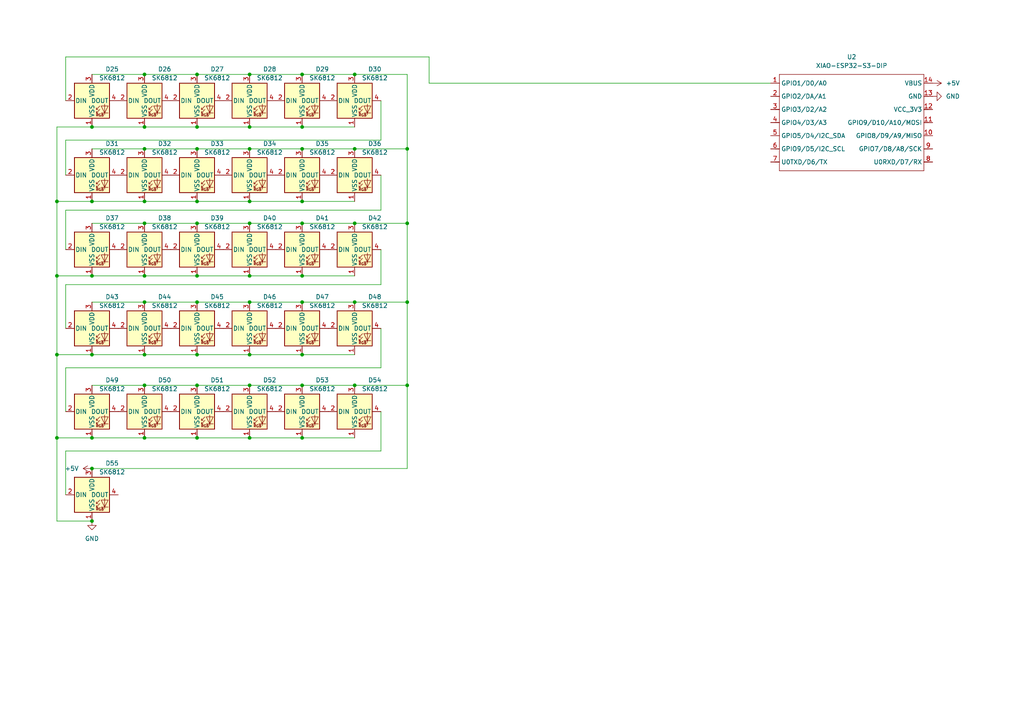
<source format=kicad_sch>
(kicad_sch (version 20250114) (generator "eeschema") (generator_version "9.0")
  (paper "A4")
  (lib_symbols
    (symbol "LED:SK6812" (pin_names (offset 0.254))
      (property "Reference" "D" (at 5.08 5.715 0))
      (property "Value" "SK6812" (at 1.27 -5.715 0))
      (symbol "SK6812_0_0"
        (text "RGB" (at 2.286 -4.191 0) (effects (font (size 0.762 0.762))))
      )
      (symbol "SK6812_0_1"
        (polyline (pts (xy 1.27 -2.54) (xy 1.778 -2.54)))
        (polyline (pts (xy 1.27 -3.556) (xy 1.778 -3.556)))
        (polyline (pts (xy 2.286 -1.524) (xy 1.27 -2.54) (xy 1.27 -2.032)))
        (polyline (pts (xy 2.286 -2.54) (xy 1.27 -3.556) (xy 1.27 -3.048)))
        (polyline (pts (xy 3.683 -1.016) (xy 3.683 -3.556) (xy 3.683 -4.064)))
        (polyline (pts (xy 4.699 -1.524) (xy 2.667 -1.524) (xy 3.683 -3.556) (xy 4.699 -1.524)))
        (polyline (pts (xy 4.699 -3.556) (xy 2.667 -3.556)))
        (rectangle (start 5.08 5.08) (end -5.08 -5.08) (stroke (width 0.254)) (fill (type background)))
      )
      (symbol "SK6812_1_1"
        (pin input line (at -7.62 0 0) (length 2.54) (name "DIN") (number "2"))
        (pin power_in line (at 0 7.62 270) (length 2.54) (name "VDD") (number "3"))
        (pin power_in line (at 0 -7.62 90) (length 2.54) (name "VSS") (number "1"))
        (pin output line (at 7.62 0 180) (length 2.54) (name "DOUT") (number "4"))
      )
    )
    (symbol "Xiao:XIAO-ESP32-S3-DIP"
      (property "Reference" "U" (at 1.27 0.508 0))
      (property "Value" "XIAO-ESP32-S3-DIP" (at 9.652 -1.778 0))
      (symbol "XIAO-ESP32-S3-DIP_1_0"
        (polyline (pts (xy 0 -2.54) (xy 41.91 -2.54)) (stroke (width 0.1524)))
        (polyline (pts (xy 0 -5.08) (xy -1.27 -5.08)) (stroke (width 0.1524)))
        (polyline (pts (xy 0 -5.08) (xy 0 -2.54)) (stroke (width 0.1524)))
        (polyline (pts (xy 0 -8.89) (xy -1.27 -8.89)) (stroke (width 0.1524)))
        (polyline (pts (xy 0 -8.89) (xy 0 -5.08)) (stroke (width 0.1524)))
        (polyline (pts (xy 0 -12.7) (xy -1.27 -12.7)) (stroke (width 0.1524)))
        (polyline (pts (xy 0 -12.7) (xy 0 -8.89)) (stroke (width 0.1524)))
        (polyline (pts (xy 0 -16.51) (xy -1.27 -16.51)) (stroke (width 0.1524)))
        (polyline (pts (xy 0 -16.51) (xy 0 -12.7)) (stroke (width 0.1524)))
        (polyline (pts (xy 0 -20.32) (xy -1.27 -20.32)) (stroke (width 0.1524)))
        (polyline (pts (xy 0 -24.13) (xy -1.27 -24.13)) (stroke (width 0.1524)))
        (polyline (pts (xy 0 -27.94) (xy -1.27 -27.94)) (stroke (width 0.1524)))
        (polyline (pts (xy 0 -30.48) (xy 0 -16.51)) (stroke (width 0.1524)))
        (polyline (pts (xy 41.91 -2.54) (xy 41.91 -5.08)) (stroke (width 0.1524)))
        (polyline (pts (xy 41.91 -5.08) (xy 41.91 -8.89)) (stroke (width 0.1524)))
        (polyline (pts (xy 41.91 -8.89) (xy 41.91 -12.7)) (stroke (width 0.1524)))
        (polyline (pts (xy 41.91 -12.7) (xy 41.91 -30.48)) (stroke (width 0.1524)))
        (polyline (pts (xy 41.91 -30.48) (xy 0 -30.48)) (stroke (width 0.1524)))
        (polyline (pts (xy 43.18 -5.08) (xy 41.91 -5.08)) (stroke (width 0.1524)))
        (polyline (pts (xy 43.18 -8.89) (xy 41.91 -8.89)) (stroke (width 0.1524)))
        (polyline (pts (xy 43.18 -12.7) (xy 41.91 -12.7)) (stroke (width 0.1524)))
        (polyline (pts (xy 43.18 -16.51) (xy 41.91 -16.51)) (stroke (width 0.1524)))
        (polyline (pts (xy 43.18 -20.32) (xy 41.91 -20.32)) (stroke (width 0.1524)))
        (polyline (pts (xy 43.18 -24.13) (xy 41.91 -24.13)) (stroke (width 0.1524)))
        (polyline (pts (xy 43.18 -27.94) (xy 41.91 -27.94)) (stroke (width 0.1524)))
        (pin passive line (at -2.54 -5.08 0) (length 2.54) (name "GPIO1/D0/A0") (number "1"))
        (pin passive line (at -2.54 -8.89 0) (length 2.54) (name "GPIO2/DA/A1") (number "2"))
        (pin passive line (at -2.54 -12.7 0) (length 2.54) (name "GPIO3/D2/A2") (number "3"))
        (pin passive line (at -2.54 -16.51 0) (length 2.54) (name "GPIO4/D3/A3") (number "4"))
        (pin passive line (at -2.54 -20.32 0) (length 2.54) (name "GPIO5/D4/I2C_SDA") (number "5"))
        (pin passive line (at -2.54 -24.13 0) (length 2.54) (name "GPIO9/D5/I2C_SCL") (number "6"))
        (pin passive line (at -2.54 -27.94 0) (length 2.54) (name "U0TXD/D6/TX") (number "7"))
        (pin passive line (at 44.45 -5.08 180) (length 2.54) (name "VBUS") (number "14"))
        (pin passive line (at 44.45 -8.89 180) (length 2.54) (name "GND") (number "13"))
        (pin passive line (at 44.45 -12.7 180) (length 2.54) (name "VCC_3V3") (number "12"))
        (pin passive line (at 44.45 -16.51 180) (length 2.54) (name "GPIO9/D10/A10/MOSI") (number "11"))
        (pin passive line (at 44.45 -20.32 180) (length 2.54) (name "GPIO8/D9/A9/MISO") (number "10"))
        (pin passive line (at 44.45 -24.13 180) (length 2.54) (name "GPIO7/D8/A8/SCK") (number "9"))
        (pin passive line (at 44.45 -27.94 180) (length 2.54) (name "U0RXD/D7/RX") (number "8"))
      )
    )
    (symbol "power:+5V" (power) (pin_numbers (hide yes)) (pin_names (offset 0) (hide yes))
      (property "Value" "+5V" (at 0 3.556 0))
      (symbol "+5V_0_1"
        (polyline (pts (xy -0.762 1.27) (xy 0 2.54)))
        (polyline (pts (xy 0 2.54) (xy 0.762 1.27)))
        (polyline (pts (xy 0 0) (xy 0 2.54)))
      )
      (symbol "+5V_1_1"
        (pin power_in line (at 0 0 90) (length 0) (name "~") (number "1"))
      )
    )
    (symbol "power:GND" (power) (pin_numbers (hide yes)) (pin_names (offset 0) (hide yes))
      (property "Value" "GND" (at 0 -3.81 0))
      (symbol "GND_0_1"
        (polyline (pts (xy 0 0) (xy 0 -1.27) (xy 1.27 -1.27) (xy 0 -2.54) (xy -1.27 -1.27) (xy 0 -1.27)))
      )
      (symbol "GND_1_1"
        (pin power_in line (at 0 0 270) (length 0) (name "~") (number "1"))
      )
    )
  )
  (junction (at 72.39 21.59))
  (junction (at 87.63 111.76))
  (junction (at 41.91 64.77))
  (junction (at 72.39 127))
  (junction (at 41.91 80.01))
  (junction (at 57.15 127))
  (junction (at 118.11 111.76))
  (junction (at 87.63 21.59))
  (junction (at 16.51 80.01))
  (junction (at 26.67 151.13))
  (junction (at 72.39 87.63))
  (junction (at 87.63 36.83))
  (junction (at 72.39 80.01))
  (junction (at 102.87 87.63))
  (junction (at 102.87 111.76))
  (junction (at 41.91 87.63))
  (junction (at 57.15 64.77))
  (junction (at 87.63 127))
  (junction (at 26.67 102.87))
  (junction (at 41.91 111.76))
  (junction (at 57.15 43.18))
  (junction (at 118.11 87.63))
  (junction (at 72.39 102.87))
  (junction (at 72.39 111.76))
  (junction (at 57.15 21.59))
  (junction (at 102.87 43.18))
  (junction (at 87.63 64.77))
  (junction (at 26.67 58.42))
  (junction (at 26.67 80.01))
  (junction (at 102.87 21.59))
  (junction (at 16.51 102.87))
  (junction (at 16.51 58.42))
  (junction (at 118.11 64.77))
  (junction (at 41.91 58.42))
  (junction (at 72.39 64.77))
  (junction (at 26.67 127))
  (junction (at 41.91 127))
  (junction (at 57.15 36.83))
  (junction (at 102.87 64.77))
  (junction (at 87.63 102.87))
  (junction (at 87.63 80.01))
  (junction (at 118.11 43.18))
  (junction (at 16.51 127))
  (junction (at 57.15 111.76))
  (junction (at 41.91 43.18))
  (junction (at 26.67 135.89))
  (junction (at 57.15 80.01))
  (junction (at 41.91 21.59))
  (junction (at 87.63 43.18))
  (junction (at 57.15 58.42))
  (junction (at 72.39 58.42))
  (junction (at 72.39 43.18))
  (junction (at 87.63 87.63))
  (junction (at 41.91 102.87))
  (junction (at 26.67 36.83))
  (junction (at 72.39 36.83))
  (junction (at 57.15 102.87))
  (junction (at 87.63 58.42))
  (junction (at 57.15 87.63))
  (junction (at 41.91 36.83))
  (wire (pts (xy 72.39 87.63) (xy 87.63 87.63)))
  (wire (pts (xy 87.63 111.76) (xy 102.87 111.76)))
  (wire (pts (xy 19.05 130.81) (xy 19.05 143.51)))
  (wire (pts (xy 41.91 80.01) (xy 57.15 80.01)))
  (wire (pts (xy 110.49 95.25) (xy 110.49 106.68)))
  (wire (pts (xy 19.05 60.96) (xy 19.05 72.39)))
  (wire (pts (xy 57.15 87.63) (xy 72.39 87.63)))
  (wire (pts (xy 110.49 119.38) (xy 110.49 130.81)))
  (wire (pts (xy 41.91 111.76) (xy 57.15 111.76)))
  (wire (pts (xy 110.49 72.39) (xy 110.49 82.55)))
  (wire (pts (xy 87.63 21.59) (xy 102.87 21.59)))
  (wire (pts (xy 110.49 29.21) (xy 110.49 40.64)))
  (wire (pts (xy 87.63 127) (xy 102.87 127)))
  (wire (pts (xy 26.67 64.77) (xy 41.91 64.77)))
  (wire (pts (xy 87.63 80.01) (xy 102.87 80.01)))
  (wire (pts (xy 19.05 16.51) (xy 19.05 29.21)))
  (wire (pts (xy 26.67 43.18) (xy 41.91 43.18)))
  (wire (pts (xy 110.49 106.68) (xy 19.05 106.68)))
  (wire (pts (xy 102.87 111.76) (xy 118.11 111.76)))
  (wire (pts (xy 118.11 135.89) (xy 118.11 111.76)))
  (wire (pts (xy 19.05 40.64) (xy 19.05 50.8)))
  (wire (pts (xy 72.39 64.77) (xy 87.63 64.77)))
  (wire (pts (xy 41.91 36.83) (xy 57.15 36.83)))
  (wire (pts (xy 41.91 87.63) (xy 57.15 87.63)))
  (wire (pts (xy 72.39 102.87) (xy 87.63 102.87)))
  (wire (pts (xy 110.49 40.64) (xy 19.05 40.64)))
  (wire (pts (xy 110.49 60.96) (xy 19.05 60.96)))
  (wire (pts (xy 16.51 36.83) (xy 26.67 36.83)))
  (wire (pts (xy 72.39 127) (xy 87.63 127)))
  (wire (pts (xy 110.49 82.55) (xy 19.05 82.55)))
  (wire (pts (xy 57.15 58.42) (xy 72.39 58.42)))
  (wire (pts (xy 87.63 64.77) (xy 102.87 64.77)))
  (wire (pts (xy 57.15 102.87) (xy 72.39 102.87)))
  (wire (pts (xy 118.11 64.77) (xy 118.11 43.18)))
  (wire (pts (xy 72.39 36.83) (xy 87.63 36.83)))
  (wire (pts (xy 19.05 82.55) (xy 19.05 95.25)))
  (wire (pts (xy 16.51 127) (xy 16.51 102.87)))
  (wire (pts (xy 16.51 58.42) (xy 16.51 36.83)))
  (wire (pts (xy 102.87 64.77) (xy 118.11 64.77)))
  (wire (pts (xy 41.91 102.87) (xy 57.15 102.87)))
  (wire (pts (xy 72.39 111.76) (xy 87.63 111.76)))
  (wire (pts (xy 57.15 80.01) (xy 72.39 80.01)))
  (wire (pts (xy 26.67 58.42) (xy 41.91 58.42)))
  (wire (pts (xy 41.91 43.18) (xy 57.15 43.18)))
  (wire (pts (xy 26.67 21.59) (xy 41.91 21.59)))
  (wire (pts (xy 26.67 127) (xy 41.91 127)))
  (wire (pts (xy 118.11 111.76) (xy 118.11 87.63)))
  (wire (pts (xy 118.11 87.63) (xy 118.11 64.77)))
  (wire (pts (xy 16.51 80.01) (xy 16.51 102.87)))
  (wire (pts (xy 72.39 80.01) (xy 87.63 80.01)))
  (wire (pts (xy 41.91 58.42) (xy 57.15 58.42)))
  (wire (pts (xy 72.39 43.18) (xy 87.63 43.18)))
  (wire (pts (xy 26.67 36.83) (xy 41.91 36.83)))
  (wire (pts (xy 87.63 36.83) (xy 102.87 36.83)))
  (wire (pts (xy 26.67 102.87) (xy 41.91 102.87)))
  (wire (pts (xy 110.49 50.8) (xy 110.49 60.96)))
  (wire (pts (xy 57.15 127) (xy 72.39 127)))
  (wire (pts (xy 16.51 127) (xy 16.51 151.13)))
  (wire (pts (xy 102.87 87.63) (xy 118.11 87.63)))
  (wire (pts (xy 57.15 43.18) (xy 72.39 43.18)))
  (wire (pts (xy 72.39 58.42) (xy 87.63 58.42)))
  (wire (pts (xy 41.91 21.59) (xy 57.15 21.59)))
  (wire (pts (xy 87.63 58.42) (xy 102.87 58.42)))
  (wire (pts (xy 223.52 24.13) (xy 124.46 24.13)))
  (wire (pts (xy 26.67 80.01) (xy 16.51 80.01)))
  (wire (pts (xy 57.15 21.59) (xy 72.39 21.59)))
  (wire (pts (xy 41.91 127) (xy 57.15 127)))
  (wire (pts (xy 124.46 16.51) (xy 19.05 16.51)))
  (wire (pts (xy 110.49 130.81) (xy 19.05 130.81)))
  (wire (pts (xy 19.05 106.68) (xy 19.05 119.38)))
  (wire (pts (xy 16.51 58.42) (xy 26.67 58.42)))
  (wire (pts (xy 26.67 127) (xy 16.51 127)))
  (wire (pts (xy 57.15 36.83) (xy 72.39 36.83)))
  (wire (pts (xy 87.63 43.18) (xy 102.87 43.18)))
  (wire (pts (xy 87.63 102.87) (xy 102.87 102.87)))
  (wire (pts (xy 26.67 111.76) (xy 41.91 111.76)))
  (wire (pts (xy 87.63 87.63) (xy 102.87 87.63)))
  (wire (pts (xy 118.11 21.59) (xy 118.11 43.18)))
  (wire (pts (xy 41.91 64.77) (xy 57.15 64.77)))
  (wire (pts (xy 124.46 24.13) (xy 124.46 16.51)))
  (wire (pts (xy 16.51 80.01) (xy 16.51 58.42)))
  (wire (pts (xy 102.87 21.59) (xy 118.11 21.59)))
  (wire (pts (xy 26.67 87.63) (xy 41.91 87.63)))
  (wire (pts (xy 16.51 102.87) (xy 26.67 102.87)))
  (wire (pts (xy 57.15 111.76) (xy 72.39 111.76)))
  (wire (pts (xy 26.67 135.89) (xy 118.11 135.89)))
  (wire (pts (xy 26.67 80.01) (xy 41.91 80.01)))
  (wire (pts (xy 72.39 21.59) (xy 87.63 21.59)))
  (wire (pts (xy 57.15 64.77) (xy 72.39 64.77)))
  (wire (pts (xy 118.11 43.18) (xy 102.87 43.18)))
  (wire (pts (xy 26.67 151.13) (xy 16.51 151.13)))
  (symbol (lib_id "LED:SK6812") (at 102.87 95.25 0) (unit 1)
    (property "Reference" "D48" (at 108.712 86.106 0))
    (property "Value" "SK6812" (at 108.712 88.646 0))
    (property "Footprint" "LED_SMD:LED_SK6812_PLCC4_5.0x5.0mm_P3.2mm" (effects (hide yes)))
    (property "Datasheet" "https://cdn-shop.adafruit.com/product-files/1138/SK6812+LED+datasheet+.pdf" (effects (hide yes)))
    (property "Description" "RGB LED with integrated controller" (effects (hide yes)))
  )
  (symbol (lib_id "LED:SK6812") (at 26.67 119.38 0) (unit 1)
    (property "Reference" "D49" (at 32.512 110.236 0))
    (property "Value" "SK6812" (at 32.512 112.776 0))
    (property "Footprint" "LED_SMD:LED_SK6812_PLCC4_5.0x5.0mm_P3.2mm" (effects (hide yes)))
    (property "Datasheet" "https://cdn-shop.adafruit.com/product-files/1138/SK6812+LED+datasheet+.pdf" (effects (hide yes)))
    (property "Description" "RGB LED with integrated controller" (effects (hide yes)))
  )
  (symbol (lib_id "LED:SK6812") (at 26.67 29.21 0) (unit 1)
    (property "Reference" "D25" (at 32.512 20.066 0))
    (property "Value" "SK6812" (at 32.512 22.606 0))
    (property "Footprint" "LED_SMD:LED_SK6812_PLCC4_5.0x5.0mm_P3.2mm" (effects (hide yes)))
    (property "Datasheet" "https://cdn-shop.adafruit.com/product-files/1138/SK6812+LED+datasheet+.pdf" (effects (hide yes)))
    (property "Description" "RGB LED with integrated controller" (effects (hide yes)))
  )
  (symbol (lib_id "LED:SK6812") (at 87.63 50.8 0) (unit 1)
    (property "Reference" "D35" (at 93.472 41.656 0))
    (property "Value" "SK6812" (at 93.472 44.196 0))
    (property "Footprint" "LED_SMD:LED_SK6812_PLCC4_5.0x5.0mm_P3.2mm" (effects (hide yes)))
    (property "Datasheet" "https://cdn-shop.adafruit.com/product-files/1138/SK6812+LED+datasheet+.pdf" (effects (hide yes)))
    (property "Description" "RGB LED with integrated controller" (effects (hide yes)))
  )
  (symbol (lib_id "power:+5V") (at 270.51 24.13 270) (unit 1)
    (property "Reference" "#PWR01" (effects (hide yes)))
    (property "Value" "+5V" (at 274.32 24.1299 90) (effects (justify left)))
    (property "Description" "Power symbol creates a global label with name \"+5V\"" (effects (hide yes)))
  )
  (symbol (lib_id "LED:SK6812") (at 72.39 29.21 0) (unit 1)
    (property "Reference" "D28" (at 78.232 20.066 0))
    (property "Value" "SK6812" (at 78.232 22.606 0))
    (property "Footprint" "LED_SMD:LED_SK6812_PLCC4_5.0x5.0mm_P3.2mm" (effects (hide yes)))
    (property "Datasheet" "https://cdn-shop.adafruit.com/product-files/1138/SK6812+LED+datasheet+.pdf" (effects (hide yes)))
    (property "Description" "RGB LED with integrated controller" (effects (hide yes)))
  )
  (symbol (lib_id "LED:SK6812") (at 41.91 72.39 0) (unit 1)
    (property "Reference" "D38" (at 47.752 63.246 0))
    (property "Value" "SK6812" (at 47.752 65.786 0))
    (property "Footprint" "LED_SMD:LED_SK6812_PLCC4_5.0x5.0mm_P3.2mm" (effects (hide yes)))
    (property "Datasheet" "https://cdn-shop.adafruit.com/product-files/1138/SK6812+LED+datasheet+.pdf" (effects (hide yes)))
    (property "Description" "RGB LED with integrated controller" (effects (hide yes)))
  )
  (symbol (lib_id "power:GND") (at 270.51 27.94 90) (unit 1)
    (property "Reference" "#PWR04" (effects (hide yes)))
    (property "Value" "GND" (at 274.32 27.9399 90) (effects (justify right)))
    (property "Description" "Power symbol creates a global label with name \"GND\" , ground" (effects (hide yes)))
  )
  (symbol (lib_id "LED:SK6812") (at 72.39 72.39 0) (unit 1)
    (property "Reference" "D40" (at 78.232 63.246 0))
    (property "Value" "SK6812" (at 78.232 65.786 0))
    (property "Footprint" "LED_SMD:LED_SK6812_PLCC4_5.0x5.0mm_P3.2mm" (effects (hide yes)))
    (property "Datasheet" "https://cdn-shop.adafruit.com/product-files/1138/SK6812+LED+datasheet+.pdf" (effects (hide yes)))
    (property "Description" "RGB LED with integrated controller" (effects (hide yes)))
  )
  (symbol (lib_id "LED:SK6812") (at 87.63 72.39 0) (unit 1)
    (property "Reference" "D41" (at 93.472 63.246 0))
    (property "Value" "SK6812" (at 93.472 65.786 0))
    (property "Footprint" "LED_SMD:LED_SK6812_PLCC4_5.0x5.0mm_P3.2mm" (effects (hide yes)))
    (property "Datasheet" "https://cdn-shop.adafruit.com/product-files/1138/SK6812+LED+datasheet+.pdf" (effects (hide yes)))
    (property "Description" "RGB LED with integrated controller" (effects (hide yes)))
  )
  (symbol (lib_id "LED:SK6812") (at 72.39 95.25 0) (unit 1)
    (property "Reference" "D46" (at 78.232 86.106 0))
    (property "Value" "SK6812" (at 78.232 88.646 0))
    (property "Footprint" "LED_SMD:LED_SK6812_PLCC4_5.0x5.0mm_P3.2mm" (effects (hide yes)))
    (property "Datasheet" "https://cdn-shop.adafruit.com/product-files/1138/SK6812+LED+datasheet+.pdf" (effects (hide yes)))
    (property "Description" "RGB LED with integrated controller" (effects (hide yes)))
  )
  (symbol (lib_id "LED:SK6812") (at 72.39 50.8 0) (unit 1)
    (property "Reference" "D34" (at 78.232 41.656 0))
    (property "Value" "SK6812" (at 78.232 44.196 0))
    (property "Footprint" "LED_SMD:LED_SK6812_PLCC4_5.0x5.0mm_P3.2mm" (effects (hide yes)))
    (property "Datasheet" "https://cdn-shop.adafruit.com/product-files/1138/SK6812+LED+datasheet+.pdf" (effects (hide yes)))
    (property "Description" "RGB LED with integrated controller" (effects (hide yes)))
  )
  (symbol (lib_id "LED:SK6812") (at 57.15 50.8 0) (unit 1)
    (property "Reference" "D33" (at 62.992 41.656 0))
    (property "Value" "SK6812" (at 62.992 44.196 0))
    (property "Footprint" "LED_SMD:LED_SK6812_PLCC4_5.0x5.0mm_P3.2mm" (effects (hide yes)))
    (property "Datasheet" "https://cdn-shop.adafruit.com/product-files/1138/SK6812+LED+datasheet+.pdf" (effects (hide yes)))
    (property "Description" "RGB LED with integrated controller" (effects (hide yes)))
  )
  (symbol (lib_id "LED:SK6812") (at 72.39 119.38 0) (unit 1)
    (property "Reference" "D52" (at 78.232 110.236 0))
    (property "Value" "SK6812" (at 78.232 112.776 0))
    (property "Footprint" "LED_SMD:LED_SK6812_PLCC4_5.0x5.0mm_P3.2mm" (effects (hide yes)))
    (property "Datasheet" "https://cdn-shop.adafruit.com/product-files/1138/SK6812+LED+datasheet+.pdf" (effects (hide yes)))
    (property "Description" "RGB LED with integrated controller" (effects (hide yes)))
  )
  (symbol (lib_id "LED:SK6812") (at 87.63 119.38 0) (unit 1)
    (property "Reference" "D53" (at 93.472 110.236 0))
    (property "Value" "SK6812" (at 93.472 112.776 0))
    (property "Footprint" "LED_SMD:LED_SK6812_PLCC4_5.0x5.0mm_P3.2mm" (effects (hide yes)))
    (property "Datasheet" "https://cdn-shop.adafruit.com/product-files/1138/SK6812+LED+datasheet+.pdf" (effects (hide yes)))
    (property "Description" "RGB LED with integrated controller" (effects (hide yes)))
  )
  (symbol (lib_id "power:+5V") (at 26.67 135.89 90) (unit 1)
    (property "Reference" "#PWR02" (effects (hide yes)))
    (property "Value" "+5V" (at 22.86 135.8899 90) (effects (justify left)))
    (property "Description" "Power symbol creates a global label with name \"+5V\"" (effects (hide yes)))
  )
  (symbol (lib_id "LED:SK6812") (at 26.67 50.8 0) (unit 1)
    (property "Reference" "D31" (at 32.512 41.656 0))
    (property "Value" "SK6812" (at 32.512 44.196 0))
    (property "Footprint" "LED_SMD:LED_SK6812_PLCC4_5.0x5.0mm_P3.2mm" (effects (hide yes)))
    (property "Datasheet" "https://cdn-shop.adafruit.com/product-files/1138/SK6812+LED+datasheet+.pdf" (effects (hide yes)))
    (property "Description" "RGB LED with integrated controller" (effects (hide yes)))
  )
  (symbol (lib_id "LED:SK6812") (at 87.63 29.21 0) (unit 1)
    (property "Reference" "D29" (at 93.472 20.066 0))
    (property "Value" "SK6812" (at 93.472 22.606 0))
    (property "Footprint" "LED_SMD:LED_SK6812_PLCC4_5.0x5.0mm_P3.2mm" (effects (hide yes)))
    (property "Datasheet" "https://cdn-shop.adafruit.com/product-files/1138/SK6812+LED+datasheet+.pdf" (effects (hide yes)))
    (property "Description" "RGB LED with integrated controller" (effects (hide yes)))
  )
  (symbol (lib_id "power:GND") (at 26.67 151.13 0) (unit 1)
    (property "Reference" "#PWR03" (effects (hide yes)))
    (property "Value" "GND" (at 26.67 156.21 0))
    (property "Description" "Power symbol creates a global label with name \"GND\" , ground" (effects (hide yes)))
  )
  (symbol (lib_id "LED:SK6812") (at 26.67 72.39 0) (unit 1)
    (property "Reference" "D37" (at 32.512 63.246 0))
    (property "Value" "SK6812" (at 32.512 65.786 0))
    (property "Footprint" "LED_SMD:LED_SK6812_PLCC4_5.0x5.0mm_P3.2mm" (effects (hide yes)))
    (property "Datasheet" "https://cdn-shop.adafruit.com/product-files/1138/SK6812+LED+datasheet+.pdf" (effects (hide yes)))
    (property "Description" "RGB LED with integrated controller" (effects (hide yes)))
  )
  (symbol (lib_id "LED:SK6812") (at 41.91 95.25 0) (unit 1)
    (property "Reference" "D44" (at 47.752 86.106 0))
    (property "Value" "SK6812" (at 47.752 88.646 0))
    (property "Footprint" "LED_SMD:LED_SK6812_PLCC4_5.0x5.0mm_P3.2mm" (effects (hide yes)))
    (property "Datasheet" "https://cdn-shop.adafruit.com/product-files/1138/SK6812+LED+datasheet+.pdf" (effects (hide yes)))
    (property "Description" "RGB LED with integrated controller" (effects (hide yes)))
  )
  (symbol (lib_id "LED:SK6812") (at 102.87 72.39 0) (unit 1)
    (property "Reference" "D42" (at 108.712 63.246 0))
    (property "Value" "SK6812" (at 108.712 65.786 0))
    (property "Footprint" "LED_SMD:LED_SK6812_PLCC4_5.0x5.0mm_P3.2mm" (effects (hide yes)))
    (property "Datasheet" "https://cdn-shop.adafruit.com/product-files/1138/SK6812+LED+datasheet+.pdf" (effects (hide yes)))
    (property "Description" "RGB LED with integrated controller" (effects (hide yes)))
  )
  (symbol (lib_id "LED:SK6812") (at 26.67 143.51 0) (unit 1)
    (property "Reference" "D55" (at 32.512 134.366 0))
    (property "Value" "SK6812" (at 32.512 136.906 0))
    (property "Footprint" "LED_SMD:LED_SK6812_PLCC4_5.0x5.0mm_P3.2mm" (effects (hide yes)))
    (property "Datasheet" "https://cdn-shop.adafruit.com/product-files/1138/SK6812+LED+datasheet+.pdf" (effects (hide yes)))
    (property "Description" "RGB LED with integrated controller" (effects (hide yes)))
  )
  (symbol (lib_id "LED:SK6812") (at 57.15 29.21 0) (unit 1)
    (property "Reference" "D27" (at 62.992 20.066 0))
    (property "Value" "SK6812" (at 62.992 22.606 0))
    (property "Footprint" "LED_SMD:LED_SK6812_PLCC4_5.0x5.0mm_P3.2mm" (effects (hide yes)))
    (property "Datasheet" "https://cdn-shop.adafruit.com/product-files/1138/SK6812+LED+datasheet+.pdf" (effects (hide yes)))
    (property "Description" "RGB LED with integrated controller" (effects (hide yes)))
  )
  (symbol (lib_id "LED:SK6812") (at 41.91 50.8 0) (unit 1)
    (property "Reference" "D32" (at 47.752 41.656 0))
    (property "Value" "SK6812" (at 47.752 44.196 0))
    (property "Footprint" "LED_SMD:LED_SK6812_PLCC4_5.0x5.0mm_P3.2mm" (effects (hide yes)))
    (property "Datasheet" "https://cdn-shop.adafruit.com/product-files/1138/SK6812+LED+datasheet+.pdf" (effects (hide yes)))
    (property "Description" "RGB LED with integrated controller" (effects (hide yes)))
  )
  (symbol (lib_id "LED:SK6812") (at 57.15 95.25 0) (unit 1)
    (property "Reference" "D45" (at 62.992 86.106 0))
    (property "Value" "SK6812" (at 62.992 88.646 0))
    (property "Footprint" "LED_SMD:LED_SK6812_PLCC4_5.0x5.0mm_P3.2mm" (effects (hide yes)))
    (property "Datasheet" "https://cdn-shop.adafruit.com/product-files/1138/SK6812+LED+datasheet+.pdf" (effects (hide yes)))
    (property "Description" "RGB LED with integrated controller" (effects (hide yes)))
  )
  (symbol (lib_id "LED:SK6812") (at 57.15 119.38 0) (unit 1)
    (property "Reference" "D51" (at 62.992 110.236 0))
    (property "Value" "SK6812" (at 62.992 112.776 0))
    (property "Footprint" "LED_SMD:LED_SK6812_PLCC4_5.0x5.0mm_P3.2mm" (effects (hide yes)))
    (property "Datasheet" "https://cdn-shop.adafruit.com/product-files/1138/SK6812+LED+datasheet+.pdf" (effects (hide yes)))
    (property "Description" "RGB LED with integrated controller" (effects (hide yes)))
  )
  (symbol (lib_id "LED:SK6812") (at 41.91 119.38 0) (unit 1)
    (property "Reference" "D50" (at 47.752 110.236 0))
    (property "Value" "SK6812" (at 47.752 112.776 0))
    (property "Footprint" "LED_SMD:LED_SK6812_PLCC4_5.0x5.0mm_P3.2mm" (effects (hide yes)))
    (property "Datasheet" "https://cdn-shop.adafruit.com/product-files/1138/SK6812+LED+datasheet+.pdf" (effects (hide yes)))
    (property "Description" "RGB LED with integrated controller" (effects (hide yes)))
  )
  (symbol (lib_id "LED:SK6812") (at 102.87 50.8 0) (unit 1)
    (property "Reference" "D36" (at 108.712 41.656 0))
    (property "Value" "SK6812" (at 108.712 44.196 0))
    (property "Footprint" "LED_SMD:LED_SK6812_PLCC4_5.0x5.0mm_P3.2mm" (effects (hide yes)))
    (property "Datasheet" "https://cdn-shop.adafruit.com/product-files/1138/SK6812+LED+datasheet+.pdf" (effects (hide yes)))
    (property "Description" "RGB LED with integrated controller" (effects (hide yes)))
  )
  (symbol (lib_id "LED:SK6812") (at 26.67 95.25 0) (unit 1)
    (property "Reference" "D43" (at 32.512 86.106 0))
    (property "Value" "SK6812" (at 32.512 88.646 0))
    (property "Footprint" "LED_SMD:LED_SK6812_PLCC4_5.0x5.0mm_P3.2mm" (effects (hide yes)))
    (property "Datasheet" "https://cdn-shop.adafruit.com/product-files/1138/SK6812+LED+datasheet+.pdf" (effects (hide yes)))
    (property "Description" "RGB LED with integrated controller" (effects (hide yes)))
  )
  (symbol (lib_id "LED:SK6812") (at 102.87 29.21 0) (unit 1)
    (property "Reference" "D30" (at 108.712 20.066 0))
    (property "Value" "SK6812" (at 108.712 22.606 0))
    (property "Footprint" "LED_SMD:LED_SK6812_PLCC4_5.0x5.0mm_P3.2mm" (effects (hide yes)))
    (property "Datasheet" "https://cdn-shop.adafruit.com/product-files/1138/SK6812+LED+datasheet+.pdf" (effects (hide yes)))
    (property "Description" "RGB LED with integrated controller" (effects (hide yes)))
  )
  (symbol (lib_id "LED:SK6812") (at 57.15 72.39 0) (unit 1)
    (property "Reference" "D39" (at 62.992 63.246 0))
    (property "Value" "SK6812" (at 62.992 65.786 0))
    (property "Footprint" "LED_SMD:LED_SK6812_PLCC4_5.0x5.0mm_P3.2mm" (effects (hide yes)))
    (property "Datasheet" "https://cdn-shop.adafruit.com/product-files/1138/SK6812+LED+datasheet+.pdf" (effects (hide yes)))
    (property "Description" "RGB LED with integrated controller" (effects (hide yes)))
  )
  (symbol (lib_id "LED:SK6812") (at 87.63 95.25 0) (unit 1)
    (property "Reference" "D47" (at 93.472 86.106 0))
    (property "Value" "SK6812" (at 93.472 88.646 0))
    (property "Footprint" "LED_SMD:LED_SK6812_PLCC4_5.0x5.0mm_P3.2mm" (effects (hide yes)))
    (property "Datasheet" "https://cdn-shop.adafruit.com/product-files/1138/SK6812+LED+datasheet+.pdf" (effects (hide yes)))
    (property "Description" "RGB LED with integrated controller" (effects (hide yes)))
  )
  (symbol (lib_id "LED:SK6812") (at 102.87 119.38 0) (unit 1)
    (property "Reference" "D54" (at 108.712 110.236 0))
    (property "Value" "SK6812" (at 108.712 112.776 0))
    (property "Footprint" "LED_SMD:LED_SK6812_PLCC4_5.0x5.0mm_P3.2mm" (effects (hide yes)))
    (property "Datasheet" "https://cdn-shop.adafruit.com/product-files/1138/SK6812+LED+datasheet+.pdf" (effects (hide yes)))
    (property "Description" "RGB LED with integrated controller" (effects (hide yes)))
  )
  (symbol (lib_id "Xiao:XIAO-ESP32-S3-DIP") (at 226.06 19.05 0) (unit 1)
    (property "Reference" "U2" (at 247.015 16.51 0))
    (property "Value" "XIAO-ESP32-S3-DIP" (at 247.015 19.05 0))
    (property "Footprint" "Xiao:XIAO-ESP32S3-DIP" (effects (hide yes)))
  )
  (symbol (lib_id "LED:SK6812") (at 41.91 29.21 0) (unit 1)
    (property "Reference" "D26" (at 47.752 20.066 0))
    (property "Value" "SK6812" (at 47.752 22.606 0))
    (property "Footprint" "LED_SMD:LED_SK6812_PLCC4_5.0x5.0mm_P3.2mm" (effects (hide yes)))
    (property "Datasheet" "https://cdn-shop.adafruit.com/product-files/1138/SK6812+LED+datasheet+.pdf" (effects (hide yes)))
    (property "Description" "RGB LED with integrated controller" (effects (hide yes)))
  )
)
</source>
